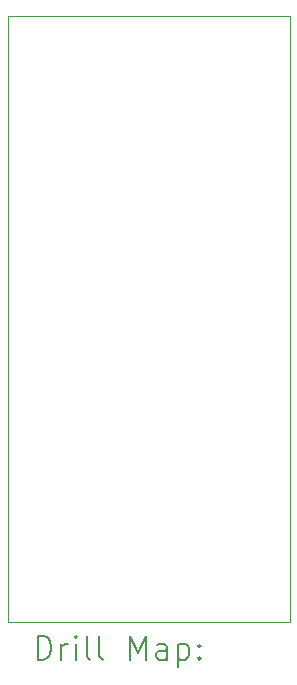
<source format=gbr>
%FSLAX45Y45*%
G04 Gerber Fmt 4.5, Leading zero omitted, Abs format (unit mm)*
G04 Created by KiCad (PCBNEW (6.0.5)) date 2023-11-13 21:27:17*
%MOMM*%
%LPD*%
G01*
G04 APERTURE LIST*
%TA.AperFunction,Profile*%
%ADD10C,0.100000*%
%TD*%
%ADD11C,0.200000*%
G04 APERTURE END LIST*
D10*
X10490200Y-6299200D02*
X12877800Y-6299200D01*
X12877800Y-6299200D02*
X12877800Y-11430000D01*
X12877800Y-11430000D02*
X10490200Y-11430000D01*
X10490200Y-11430000D02*
X10490200Y-6299200D01*
D11*
X10742819Y-11745476D02*
X10742819Y-11545476D01*
X10790438Y-11545476D01*
X10819010Y-11555000D01*
X10838057Y-11574048D01*
X10847581Y-11593095D01*
X10857105Y-11631190D01*
X10857105Y-11659762D01*
X10847581Y-11697857D01*
X10838057Y-11716905D01*
X10819010Y-11735952D01*
X10790438Y-11745476D01*
X10742819Y-11745476D01*
X10942819Y-11745476D02*
X10942819Y-11612143D01*
X10942819Y-11650238D02*
X10952343Y-11631190D01*
X10961867Y-11621667D01*
X10980914Y-11612143D01*
X10999962Y-11612143D01*
X11066629Y-11745476D02*
X11066629Y-11612143D01*
X11066629Y-11545476D02*
X11057105Y-11555000D01*
X11066629Y-11564524D01*
X11076152Y-11555000D01*
X11066629Y-11545476D01*
X11066629Y-11564524D01*
X11190438Y-11745476D02*
X11171390Y-11735952D01*
X11161867Y-11716905D01*
X11161867Y-11545476D01*
X11295200Y-11745476D02*
X11276152Y-11735952D01*
X11266628Y-11716905D01*
X11266628Y-11545476D01*
X11523771Y-11745476D02*
X11523771Y-11545476D01*
X11590438Y-11688333D01*
X11657105Y-11545476D01*
X11657105Y-11745476D01*
X11838057Y-11745476D02*
X11838057Y-11640714D01*
X11828533Y-11621667D01*
X11809486Y-11612143D01*
X11771390Y-11612143D01*
X11752343Y-11621667D01*
X11838057Y-11735952D02*
X11819009Y-11745476D01*
X11771390Y-11745476D01*
X11752343Y-11735952D01*
X11742819Y-11716905D01*
X11742819Y-11697857D01*
X11752343Y-11678809D01*
X11771390Y-11669286D01*
X11819009Y-11669286D01*
X11838057Y-11659762D01*
X11933295Y-11612143D02*
X11933295Y-11812143D01*
X11933295Y-11621667D02*
X11952343Y-11612143D01*
X11990438Y-11612143D01*
X12009486Y-11621667D01*
X12019009Y-11631190D01*
X12028533Y-11650238D01*
X12028533Y-11707381D01*
X12019009Y-11726428D01*
X12009486Y-11735952D01*
X11990438Y-11745476D01*
X11952343Y-11745476D01*
X11933295Y-11735952D01*
X12114248Y-11726428D02*
X12123771Y-11735952D01*
X12114248Y-11745476D01*
X12104724Y-11735952D01*
X12114248Y-11726428D01*
X12114248Y-11745476D01*
X12114248Y-11621667D02*
X12123771Y-11631190D01*
X12114248Y-11640714D01*
X12104724Y-11631190D01*
X12114248Y-11621667D01*
X12114248Y-11640714D01*
M02*

</source>
